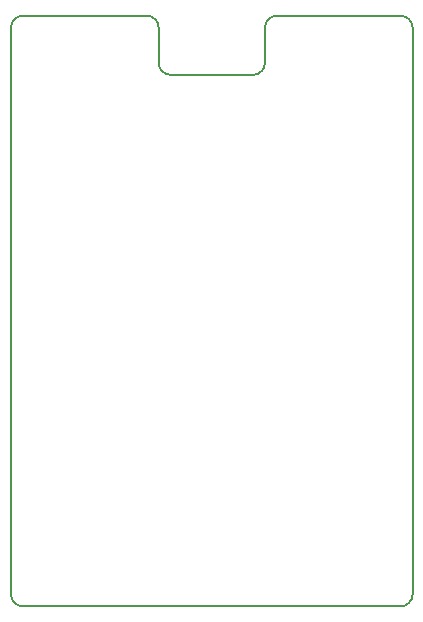
<source format=gbr>
%TF.GenerationSoftware,KiCad,Pcbnew,(6.0.10)*%
%TF.CreationDate,2023-03-24T14:32:09-04:00*%
%TF.ProjectId,kurp,6b757270-2e6b-4696-9361-645f70636258,v1.0.0*%
%TF.SameCoordinates,Original*%
%TF.FileFunction,Profile,NP*%
%FSLAX46Y46*%
G04 Gerber Fmt 4.6, Leading zero omitted, Abs format (unit mm)*
G04 Created by KiCad (PCBNEW (6.0.10)) date 2023-03-24 14:32:09*
%MOMM*%
%LPD*%
G01*
G04 APERTURE LIST*
%TA.AperFunction,Profile*%
%ADD10C,0.150000*%
%TD*%
G04 APERTURE END LIST*
D10*
X120500000Y37500000D02*
G75*
G03*
X121500000Y38500000I0J1000000D01*
G01*
X112500000Y41500000D02*
X112500000Y38500000D01*
X101000000Y42500000D02*
G75*
G03*
X100000000Y41500000I0J-1000000D01*
G01*
X121500000Y38500000D02*
X121500000Y41500000D01*
X101000000Y42500000D02*
X111500000Y42500000D01*
X133000000Y-7500000D02*
G75*
G03*
X134000000Y-6500000I0J1000000D01*
G01*
X134000000Y41500000D02*
G75*
G03*
X133000000Y42500000I-1000000J0D01*
G01*
X113500000Y37500000D02*
X120500000Y37500000D01*
X112500000Y38500000D02*
G75*
G03*
X113500000Y37500000I1000000J0D01*
G01*
X133000000Y-7500000D02*
X101000000Y-7500000D01*
X100000000Y-6500000D02*
G75*
G03*
X101000000Y-7500000I1000000J0D01*
G01*
X122500000Y42500000D02*
G75*
G03*
X121500000Y41500000I0J-1000000D01*
G01*
X134000000Y41500000D02*
X134000000Y-6500000D01*
X100000000Y-6500000D02*
X100000000Y41500000D01*
X122500000Y42500000D02*
X133000000Y42500000D01*
X112500000Y41500000D02*
G75*
G03*
X111500000Y42500000I-1000000J0D01*
G01*
M02*

</source>
